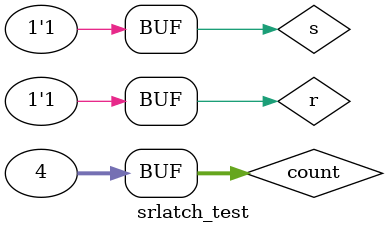
<source format=v>
module srlatch(input s,r,output q,qnot);
	wire a,b;	
	nand(a,s,b);
	nand(b,r,a);
	wire check,c;
	nand(c,a,b);
	nand(check,c,c);
	mux m1(q,a,check);
	mux m2(qnot,b,check);
endmodule

module mux(o,a,b);
	input a,b;
	output o;
	wire c,d,e;
	not_gate n1(c,b);
	and_gate a1(d,a,c);
	and_gate a2(e,1'bx,b);
	or_gate o1(o,d,e);
endmodule

module or_gate(output c,input a,b);
	wire x;
	nor(x,a,b);
	nor(c,x,x);
endmodule

module and_gate(output c,input a,b);
	wire x;
	nand(x,a,b);
	nand(c,x,x);
endmodule

module not_gate(output a,input b);
	nand(a,b,b);
endmodule

module srlatch_test;
  	reg s,r;
  	wire q,qnot;
  	srlatch test(s,r,q,qnot);
  	integer count;
  	initial begin
     		$dumpfile("dump.vcd");
            	$dumpvars;
    		for(count=0;count<4;count=count+1)begin
      			{s,r}=count;
      			#20;
    		end
  	end
endmodule


</source>
